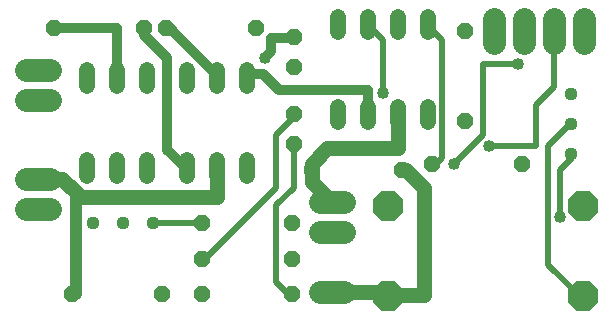
<source format=gbr>
G04 EAGLE Gerber RS-274X export*
G75*
%MOMM*%
%FSLAX34Y34*%
%LPD*%
%INTop Copper*%
%IPPOS*%
%AMOC8*
5,1,8,0,0,1.08239X$1,22.5*%
G01*
%ADD10P,1.429621X8X202.500000*%
%ADD11C,1.320800*%
%ADD12C,1.981200*%
%ADD13P,2.749271X8X292.500000*%
%ADD14P,1.429621X8X292.500000*%
%ADD15P,1.429621X8X22.500000*%
%ADD16C,1.117600*%
%ADD17P,1.429621X8X112.500000*%
%ADD18C,0.812800*%
%ADD19C,1.270000*%
%ADD20C,0.508000*%
%ADD21C,1.016000*%
%ADD22C,1.016000*%


D10*
X351361Y140430D03*
X275161Y140430D03*
X258100Y95000D03*
X181900Y95000D03*
X228100Y260000D03*
X151900Y260000D03*
D11*
X220400Y224704D02*
X220400Y211496D01*
X195000Y211496D02*
X195000Y224704D01*
X195000Y148504D02*
X195000Y135296D01*
X220400Y135296D02*
X220400Y148504D01*
X169600Y211496D02*
X169600Y224704D01*
X169600Y148504D02*
X169600Y135296D01*
D12*
X53106Y106600D02*
X33294Y106600D01*
X33294Y224800D02*
X53106Y224800D01*
D13*
X504314Y109427D03*
X504314Y33227D03*
X339214Y109427D03*
X339214Y33227D03*
D12*
X302106Y36600D02*
X282294Y36600D01*
X282294Y87400D02*
X302106Y87400D01*
D10*
X133100Y260000D03*
X56900Y260000D03*
D11*
X135400Y224704D02*
X135400Y211496D01*
X110000Y211496D02*
X110000Y224704D01*
X110000Y148504D02*
X110000Y135296D01*
X135400Y135296D02*
X135400Y148504D01*
X84600Y211496D02*
X84600Y224704D01*
X84600Y148504D02*
X84600Y135296D01*
D12*
X53106Y199400D02*
X33294Y199400D01*
D14*
X405000Y258100D03*
X405000Y181900D03*
D15*
X376900Y145000D03*
X453100Y145000D03*
D16*
X494500Y153600D03*
X494500Y179000D03*
X494500Y204400D03*
X140400Y95000D03*
X115000Y95000D03*
X89600Y95000D03*
D12*
X429600Y247794D02*
X429600Y267606D01*
X302106Y112800D02*
X282294Y112800D01*
D14*
X260000Y252700D03*
X260000Y227300D03*
D10*
X258100Y65000D03*
X181900Y65000D03*
D15*
X71900Y35000D03*
X148100Y35000D03*
D10*
X258100Y35000D03*
X181900Y35000D03*
D17*
X260000Y162300D03*
X260000Y187700D03*
D11*
X296900Y193504D02*
X296900Y180296D01*
X322300Y180296D02*
X322300Y193504D01*
X347700Y193504D02*
X347700Y180296D01*
X373100Y180296D02*
X373100Y193504D01*
X373100Y256496D02*
X373100Y269704D01*
X347700Y269704D02*
X347700Y256496D01*
X322300Y256496D02*
X322300Y269704D01*
X296900Y269704D02*
X296900Y256496D01*
D12*
X53106Y132800D02*
X33294Y132800D01*
X455000Y247794D02*
X455000Y267606D01*
X480400Y267606D02*
X480400Y247794D01*
X505400Y247794D02*
X505400Y267606D01*
D18*
X322300Y207587D02*
X322300Y186900D01*
X322300Y207587D02*
X321943Y207944D01*
X247056Y207944D02*
X233893Y221107D01*
X247056Y207944D02*
X321943Y207944D01*
X233893Y221107D02*
X223407Y221107D01*
X220400Y218100D01*
D19*
X288073Y158342D02*
X347700Y158342D01*
X288073Y158342D02*
X275161Y145430D01*
X275161Y140430D01*
X347700Y158342D02*
X347700Y186900D01*
X275000Y130000D02*
X292200Y112800D01*
X275000Y130000D02*
X275000Y135000D01*
D20*
X275161Y140430D01*
D19*
X354570Y140430D02*
X370000Y125000D01*
D18*
X354570Y140430D02*
X351361Y140430D01*
D19*
X370000Y125000D02*
X370000Y34014D01*
X337841Y36600D02*
X292200Y36600D01*
X340000Y34014D02*
X370000Y34014D01*
D20*
X340000Y40000D02*
X337841Y36600D01*
X339214Y33227D02*
X340000Y40000D01*
X340000Y34014D01*
D18*
X165000Y145000D02*
X152662Y157338D01*
X152662Y234668D01*
X133100Y254229D01*
X133100Y260000D01*
D20*
X165000Y145000D02*
X169600Y141900D01*
D18*
X110000Y260000D02*
X56900Y260000D01*
X110000Y260000D02*
X110000Y218100D01*
D20*
X494000Y179000D02*
X494500Y179000D01*
X494000Y179000D02*
X475000Y160000D01*
X475000Y60000D01*
X500000Y35000D01*
X504314Y33227D01*
D18*
X260000Y251614D02*
X240645Y251614D01*
X240645Y240645D02*
X235000Y235000D01*
X240645Y240645D02*
X240645Y251614D01*
D20*
X260000Y251614D02*
X260000Y252700D01*
D21*
X235000Y235000D03*
D20*
X485000Y140000D02*
X495000Y150000D01*
X485000Y140000D02*
X485000Y100000D01*
X495000Y150000D02*
X494500Y153600D01*
D21*
X485000Y100000D03*
D20*
X181900Y95000D02*
X140400Y95000D01*
X185000Y65000D02*
X245000Y125000D01*
X245000Y170000D01*
X260000Y185000D01*
X185000Y65000D02*
X181900Y65000D01*
X260000Y185000D02*
X260000Y187700D01*
X245000Y45000D02*
X255000Y35000D01*
X245000Y45000D02*
X245000Y110000D01*
X260000Y125000D01*
X260000Y162300D01*
X258100Y35000D02*
X255000Y35000D01*
X420000Y230000D02*
X450000Y230000D01*
X420000Y230000D02*
X420000Y170000D01*
X395000Y145000D01*
D21*
X450000Y230000D03*
X395000Y145000D03*
D19*
X63787Y132800D02*
X43200Y132800D01*
D18*
X79663Y119663D02*
X82163Y117163D01*
X79663Y119663D02*
X77163Y122163D01*
D19*
X75793Y120793D02*
X63787Y132800D01*
X82385Y116941D02*
X195000Y116941D01*
X195000Y141900D01*
D22*
X75000Y120000D02*
X75000Y35000D01*
D20*
X71900Y35000D01*
X75000Y120000D02*
X75793Y120793D01*
X77163Y122163D01*
X79663Y119663D02*
X80000Y120000D01*
X82385Y116941D01*
D18*
X195000Y220000D02*
X155000Y260000D01*
D20*
X195000Y220000D02*
X195000Y218100D01*
X155000Y260000D02*
X151900Y260000D01*
X380000Y145000D02*
X385000Y150000D01*
X385000Y250000D01*
X375000Y260000D01*
X376900Y145000D02*
X380000Y145000D01*
X375000Y260000D02*
X373100Y263100D01*
X335000Y250000D02*
X325000Y260000D01*
X335000Y250000D02*
X335000Y205000D01*
X425000Y160000D02*
X465000Y160000D01*
X465000Y195000D01*
X480000Y210000D01*
X480000Y255000D01*
X325000Y260000D02*
X322300Y263100D01*
X480000Y255000D02*
X480400Y257700D01*
D21*
X335000Y205000D03*
X425000Y160000D03*
M02*

</source>
